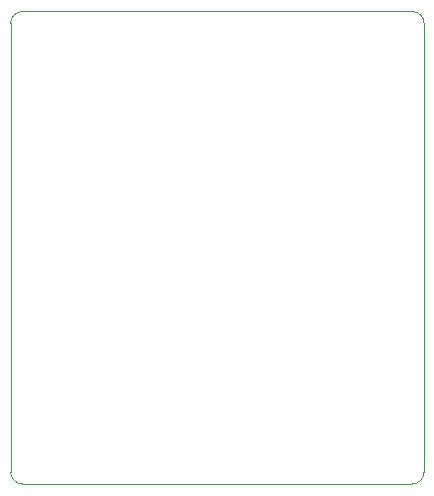
<source format=gbr>
%TF.GenerationSoftware,KiCad,Pcbnew,8.0.1*%
%TF.CreationDate,2024-03-24T23:22:49+02:00*%
%TF.ProjectId,EEE3088F_2024_Group_52_Power,45454533-3038-4384-965f-323032345f47,rev?*%
%TF.SameCoordinates,Original*%
%TF.FileFunction,Profile,NP*%
%FSLAX46Y46*%
G04 Gerber Fmt 4.6, Leading zero omitted, Abs format (unit mm)*
G04 Created by KiCad (PCBNEW 8.0.1) date 2024-03-24 23:22:49*
%MOMM*%
%LPD*%
G01*
G04 APERTURE LIST*
%TA.AperFunction,Profile*%
%ADD10C,0.050000*%
%TD*%
G04 APERTURE END LIST*
D10*
X110000000Y-56000000D02*
X110000000Y-18000000D01*
X145000000Y-18000000D02*
X145000000Y-56000000D01*
X144000000Y-57000000D02*
X111000000Y-57000000D01*
X111000000Y-17000000D02*
X144000000Y-17000000D01*
X111000000Y-57000000D02*
G75*
G02*
X110000000Y-56000000I0J1000000D01*
G01*
X145000000Y-56000000D02*
G75*
G02*
X144000000Y-57000000I-1000000J0D01*
G01*
X110000000Y-18000000D02*
G75*
G02*
X111000000Y-17000000I1000000J0D01*
G01*
X144000000Y-17000000D02*
G75*
G02*
X145000000Y-18000000I0J-1000000D01*
G01*
M02*

</source>
